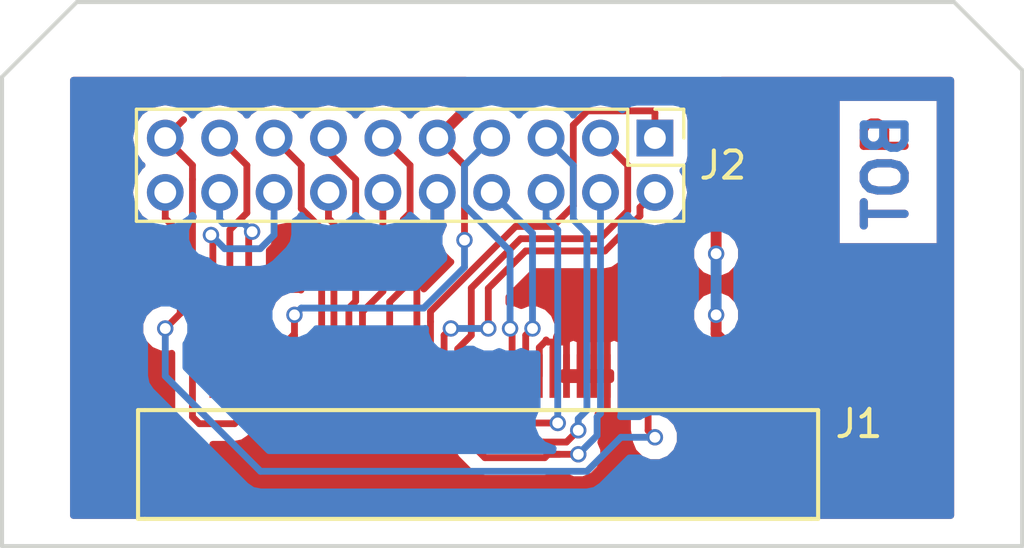
<source format=kicad_pcb>
(kicad_pcb (version 4) (host pcbnew 4.0.7-e2-6376~58~ubuntu16.04.1)

  (general
    (links 37)
    (no_connects 37)
    (area 177.424999 97.174999 215.075001 117.325001)
    (thickness 1.6)
    (drawings 8)
    (tracks 221)
    (zones 0)
    (modules 2)
    (nets 24)
  )

  (page A4)
  (layers
    (0 F.Cu signal)
    (31 B.Cu signal)
    (32 B.Adhes user)
    (33 F.Adhes user)
    (34 B.Paste user)
    (35 F.Paste user)
    (36 B.SilkS user)
    (37 F.SilkS user)
    (38 B.Mask user)
    (39 F.Mask user)
    (40 Dwgs.User user)
    (41 Cmts.User user)
    (42 Eco1.User user)
    (43 Eco2.User user)
    (44 Edge.Cuts user)
    (45 Margin user)
    (46 B.CrtYd user)
    (47 F.CrtYd user)
    (48 B.Fab user)
    (49 F.Fab user)
  )

  (setup
    (last_trace_width 0.25)
    (trace_clearance 0.2)
    (zone_clearance 0.508)
    (zone_45_only no)
    (trace_min 0.2)
    (segment_width 0.2)
    (edge_width 0.15)
    (via_size 0.6)
    (via_drill 0.4)
    (via_min_size 0.4)
    (via_min_drill 0.3)
    (uvia_size 0.3)
    (uvia_drill 0.1)
    (uvias_allowed no)
    (uvia_min_size 0.2)
    (uvia_min_drill 0.1)
    (pcb_text_width 0.3)
    (pcb_text_size 1.5 1.5)
    (mod_edge_width 0.15)
    (mod_text_size 1 1)
    (mod_text_width 0.15)
    (pad_size 1.524 1.524)
    (pad_drill 0.762)
    (pad_to_mask_clearance 0.2)
    (aux_axis_origin 0 0)
    (visible_elements FFFFFF7F)
    (pcbplotparams
      (layerselection 0x01030_80000001)
      (usegerberextensions false)
      (excludeedgelayer true)
      (linewidth 0.100000)
      (plotframeref false)
      (viasonmask false)
      (mode 1)
      (useauxorigin false)
      (hpglpennumber 1)
      (hpglpenspeed 20)
      (hpglpendiameter 15)
      (hpglpenoverlay 2)
      (psnegative false)
      (psa4output false)
      (plotreference true)
      (plotvalue true)
      (plotinvisibletext false)
      (padsonsilk false)
      (subtractmaskfromsilk false)
      (outputformat 1)
      (mirror false)
      (drillshape 0)
      (scaleselection 1)
      (outputdirectory Export/))
  )

  (net 0 "")
  (net 1 TS_ADC1)
  (net 2 TS_ADC2)
  (net 3 TS_P1)
  (net 4 TS_P2)
  (net 5 GND)
  (net 6 +3V3)
  (net 7 "Net-(J1-Pad8)")
  (net 8 LCD_CS)
  (net 9 LCD_RS)
  (net 10 LCD_WR)
  (net 11 LCD_RD)
  (net 12 "Net-(J1-Pad13)")
  (net 13 "Net-(J1-Pad14)")
  (net 14 LCD_RST)
  (net 15 LCD_D0)
  (net 16 LCD_D1)
  (net 17 LCD_D2)
  (net 18 LCD_D3)
  (net 19 LCD_D4)
  (net 20 LCD_D5)
  (net 21 LCD_D6)
  (net 22 LCD_D7)
  (net 23 LCD_BL_PWR)

  (net_class Default "This is the default net class."
    (clearance 0.2)
    (trace_width 0.25)
    (via_dia 0.6)
    (via_drill 0.4)
    (uvia_dia 0.3)
    (uvia_drill 0.1)
    (add_net +3V3)
    (add_net GND)
    (add_net LCD_BL_PWR)
    (add_net LCD_CS)
    (add_net LCD_D0)
    (add_net LCD_D1)
    (add_net LCD_D2)
    (add_net LCD_D3)
    (add_net LCD_D4)
    (add_net LCD_D5)
    (add_net LCD_D6)
    (add_net LCD_D7)
    (add_net LCD_RD)
    (add_net LCD_RS)
    (add_net LCD_RST)
    (add_net LCD_WR)
    (add_net "Net-(J1-Pad13)")
    (add_net "Net-(J1-Pad14)")
    (add_net "Net-(J1-Pad8)")
    (add_net TS_ADC1)
    (add_net TS_ADC2)
    (add_net TS_P1)
    (add_net TS_P2)
  )

  (module timekiller-footprints:LCD_conn (layer F.Cu) (tedit 5ADB13EA) (tstamp 5B8B16DD)
    (at 185.75 111 90)
    (path /5B8B002C)
    (fp_text reference J1 (at -1.75 23.25 180) (layer F.SilkS)
      (effects (font (size 1 1) (thickness 0.15)))
    )
    (fp_text value Conn_LCD (at -2.75 8.5 180) (layer F.Fab)
      (effects (font (size 1 1) (thickness 0.15)))
    )
    (fp_line (start -5.25 -3.25) (end -5.25 -3) (layer F.SilkS) (width 0.15))
    (fp_line (start -1.25 -3.25) (end -1.25 -3) (layer F.SilkS) (width 0.15))
    (fp_line (start -5.25 21.5) (end -5.25 21.75) (layer F.SilkS) (width 0.15))
    (fp_line (start -1.25 21.5) (end -1.25 21.75) (layer F.SilkS) (width 0.15))
    (fp_line (start -1.25 21.75) (end -5.25 21.75) (layer F.SilkS) (width 0.15))
    (fp_line (start -5.25 21.5) (end -5.25 -3) (layer F.SilkS) (width 0.15))
    (fp_line (start -5.25 -3.25) (end -1.25 -3.25) (layer F.SilkS) (width 0.15))
    (fp_line (start -1.25 -3) (end -1.25 21.5) (layer F.SilkS) (width 0.15))
    (pad 1 smd rect (at 0.25 -0.5 90) (size 2.1 0.25) (layers F.Cu F.Paste F.Mask)
      (net 1 TS_ADC1))
    (pad 2 smd rect (at 0 0 90) (size 1.6 0.25) (layers F.Cu F.Paste F.Mask)
      (net 2 TS_ADC2))
    (pad 3 smd rect (at 0 0.5 90) (size 1.6 0.25) (layers F.Cu F.Paste F.Mask)
      (net 3 TS_P1))
    (pad 4 smd rect (at 0 1 90) (size 1.6 0.25) (layers F.Cu F.Paste F.Mask)
      (net 4 TS_P2))
    (pad 5 smd rect (at 0 1.5 90) (size 1.6 0.25) (layers F.Cu F.Paste F.Mask)
      (net 5 GND))
    (pad 6 smd rect (at 0 2 90) (size 1.6 0.25) (layers F.Cu F.Paste F.Mask)
      (net 6 +3V3))
    (pad 7 smd rect (at 0 2.5 90) (size 1.6 0.25) (layers F.Cu F.Paste F.Mask)
      (net 6 +3V3))
    (pad 8 smd rect (at 0 3 90) (size 1.6 0.25) (layers F.Cu F.Paste F.Mask)
      (net 7 "Net-(J1-Pad8)"))
    (pad 9 smd rect (at 0 3.5 90) (size 1.6 0.25) (layers F.Cu F.Paste F.Mask)
      (net 8 LCD_CS))
    (pad 10 smd rect (at 0 4 90) (size 1.6 0.25) (layers F.Cu F.Paste F.Mask)
      (net 9 LCD_RS))
    (pad 11 smd rect (at 0 4.5 90) (size 1.6 0.25) (layers F.Cu F.Paste F.Mask)
      (net 10 LCD_WR))
    (pad 12 smd rect (at 0 5 90) (size 1.6 0.25) (layers F.Cu F.Paste F.Mask)
      (net 11 LCD_RD))
    (pad 13 smd rect (at 0 5.5 90) (size 1.6 0.25) (layers F.Cu F.Paste F.Mask)
      (net 12 "Net-(J1-Pad13)"))
    (pad 14 smd rect (at 0 6 90) (size 1.6 0.25) (layers F.Cu F.Paste F.Mask)
      (net 13 "Net-(J1-Pad14)"))
    (pad 15 smd rect (at 0 6.5 90) (size 1.6 0.25) (layers F.Cu F.Paste F.Mask)
      (net 14 LCD_RST))
    (pad 16 smd rect (at 0 7 90) (size 1.6 0.25) (layers F.Cu F.Paste F.Mask)
      (net 5 GND))
    (pad 17 smd rect (at 0 7.5 90) (size 1.6 0.25) (layers F.Cu F.Paste F.Mask)
      (net 15 LCD_D0))
    (pad 18 smd rect (at 0 8 90) (size 1.6 0.25) (layers F.Cu F.Paste F.Mask)
      (net 16 LCD_D1))
    (pad 19 smd rect (at 0 8.5 90) (size 1.6 0.25) (layers F.Cu F.Paste F.Mask)
      (net 17 LCD_D2))
    (pad 20 smd rect (at 0 9 90) (size 1.6 0.25) (layers F.Cu F.Paste F.Mask)
      (net 18 LCD_D3))
    (pad 21 smd rect (at 0 9.5 90) (size 1.6 0.25) (layers F.Cu F.Paste F.Mask)
      (net 19 LCD_D4))
    (pad 22 smd rect (at 0 10 90) (size 1.6 0.25) (layers F.Cu F.Paste F.Mask)
      (net 20 LCD_D5))
    (pad 23 smd rect (at 0 10.5 90) (size 1.6 0.25) (layers F.Cu F.Paste F.Mask)
      (net 21 LCD_D6))
    (pad 24 smd rect (at 0 11 90) (size 1.6 0.25) (layers F.Cu F.Paste F.Mask)
      (net 22 LCD_D7))
    (pad 25 smd rect (at 0 11.5 90) (size 1.6 0.25) (layers F.Cu F.Paste F.Mask)
      (net 5 GND))
    (pad 26 smd rect (at 0 12 90) (size 1.6 0.25) (layers F.Cu F.Paste F.Mask)
      (net 5 GND))
    (pad 27 smd rect (at 0 12.5 90) (size 1.6 0.25) (layers F.Cu F.Paste F.Mask)
      (net 5 GND))
    (pad 28 smd rect (at 0 13 90) (size 1.6 0.25) (layers F.Cu F.Paste F.Mask)
      (net 5 GND))
    (pad 29 smd rect (at 0 13.5 90) (size 1.6 0.25) (layers F.Cu F.Paste F.Mask)
      (net 5 GND))
    (pad 30 smd rect (at 0 14 90) (size 1.6 0.25) (layers F.Cu F.Paste F.Mask)
      (net 5 GND))
    (pad 31 smd rect (at 0 14.5 90) (size 1.6 0.25) (layers F.Cu F.Paste F.Mask)
      (net 5 GND))
    (pad 32 smd rect (at 0 15 90) (size 1.6 0.25) (layers F.Cu F.Paste F.Mask)
      (net 5 GND))
    (pad 33 smd rect (at 0 15.5 90) (size 1.6 0.25) (layers F.Cu F.Paste F.Mask)
      (net 23 LCD_BL_PWR))
    (pad 34 smd rect (at 0 16 90) (size 1.6 0.25) (layers F.Cu F.Paste F.Mask)
      (net 5 GND))
    (pad 35 smd rect (at 0 16.5 90) (size 1.6 0.25) (layers F.Cu F.Paste F.Mask)
      (net 5 GND))
    (pad 36 smd rect (at 0 17 90) (size 1.6 0.25) (layers F.Cu F.Paste F.Mask)
      (net 5 GND))
    (pad 37 smd rect (at 0 17.5 90) (size 1.6 0.25) (layers F.Cu F.Paste F.Mask)
      (net 5 GND))
    (pad 38 smd rect (at 0 18 90) (size 1.6 0.25) (layers F.Cu F.Paste F.Mask)
      (net 6 +3V3))
    (pad 39 smd rect (at 0 18.5 90) (size 1.6 0.25) (layers F.Cu F.Paste F.Mask)
      (net 6 +3V3))
    (pad 40 smd rect (at 0 19 90) (size 1.6 0.25) (layers F.Cu F.Paste F.Mask)
      (net 5 GND))
    (pad "" smd rect (at -3 20.5 90) (size 1.5 1.7) (layers F.Cu F.Paste F.Mask))
    (pad "" smd rect (at -3.25 -2 90) (size 1.5 1.7) (layers F.Cu F.Paste F.Mask))
  )

  (module Pin_Headers:Pin_Header_Straight_2x10_Pitch2.00mm (layer F.Cu) (tedit 59650534) (tstamp 5B8B16F5)
    (at 201.5 102.25 270)
    (descr "Through hole straight pin header, 2x10, 2.00mm pitch, double rows")
    (tags "Through hole pin header THT 2x10 2.00mm double row")
    (path /5B8B0131)
    (fp_text reference J2 (at 1 -2.5 360) (layer F.SilkS)
      (effects (font (size 1 1) (thickness 0.15)))
    )
    (fp_text value Conn_Board (at -2.25 9.5 360) (layer F.Fab)
      (effects (font (size 1 1) (thickness 0.15)))
    )
    (fp_line (start 0 -1) (end 3 -1) (layer F.Fab) (width 0.1))
    (fp_line (start 3 -1) (end 3 19) (layer F.Fab) (width 0.1))
    (fp_line (start 3 19) (end -1 19) (layer F.Fab) (width 0.1))
    (fp_line (start -1 19) (end -1 0) (layer F.Fab) (width 0.1))
    (fp_line (start -1 0) (end 0 -1) (layer F.Fab) (width 0.1))
    (fp_line (start -1.06 19.06) (end 3.06 19.06) (layer F.SilkS) (width 0.12))
    (fp_line (start -1.06 1) (end -1.06 19.06) (layer F.SilkS) (width 0.12))
    (fp_line (start 3.06 -1.06) (end 3.06 19.06) (layer F.SilkS) (width 0.12))
    (fp_line (start -1.06 1) (end 1 1) (layer F.SilkS) (width 0.12))
    (fp_line (start 1 1) (end 1 -1.06) (layer F.SilkS) (width 0.12))
    (fp_line (start 1 -1.06) (end 3.06 -1.06) (layer F.SilkS) (width 0.12))
    (fp_line (start -1.06 0) (end -1.06 -1.06) (layer F.SilkS) (width 0.12))
    (fp_line (start -1.06 -1.06) (end 0 -1.06) (layer F.SilkS) (width 0.12))
    (fp_line (start -1.5 -1.5) (end -1.5 19.5) (layer F.CrtYd) (width 0.05))
    (fp_line (start -1.5 19.5) (end 3.5 19.5) (layer F.CrtYd) (width 0.05))
    (fp_line (start 3.5 19.5) (end 3.5 -1.5) (layer F.CrtYd) (width 0.05))
    (fp_line (start 3.5 -1.5) (end -1.5 -1.5) (layer F.CrtYd) (width 0.05))
    (fp_text user %R (at 1 9 360) (layer F.Fab)
      (effects (font (size 1 1) (thickness 0.15)))
    )
    (pad 1 thru_hole rect (at 0 0 270) (size 1.35 1.35) (drill 0.8) (layers *.Cu *.Mask)
      (net 15 LCD_D0))
    (pad 2 thru_hole oval (at 2 0 270) (size 1.35 1.35) (drill 0.8) (layers *.Cu *.Mask)
      (net 16 LCD_D1))
    (pad 3 thru_hole oval (at 0 2 270) (size 1.35 1.35) (drill 0.8) (layers *.Cu *.Mask)
      (net 17 LCD_D2))
    (pad 4 thru_hole oval (at 2 2 270) (size 1.35 1.35) (drill 0.8) (layers *.Cu *.Mask)
      (net 18 LCD_D3))
    (pad 5 thru_hole oval (at 0 4 270) (size 1.35 1.35) (drill 0.8) (layers *.Cu *.Mask)
      (net 19 LCD_D4))
    (pad 6 thru_hole oval (at 2 4 270) (size 1.35 1.35) (drill 0.8) (layers *.Cu *.Mask)
      (net 20 LCD_D5))
    (pad 7 thru_hole oval (at 0 6 270) (size 1.35 1.35) (drill 0.8) (layers *.Cu *.Mask)
      (net 21 LCD_D6))
    (pad 8 thru_hole oval (at 2 6 270) (size 1.35 1.35) (drill 0.8) (layers *.Cu *.Mask)
      (net 22 LCD_D7))
    (pad 9 thru_hole oval (at 0 8 270) (size 1.35 1.35) (drill 0.8) (layers *.Cu *.Mask)
      (net 6 +3V3))
    (pad 10 thru_hole oval (at 2 8 270) (size 1.35 1.35) (drill 0.8) (layers *.Cu *.Mask)
      (net 5 GND))
    (pad 11 thru_hole oval (at 0 10 270) (size 1.35 1.35) (drill 0.8) (layers *.Cu *.Mask)
      (net 14 LCD_RST))
    (pad 12 thru_hole oval (at 2 10 270) (size 1.35 1.35) (drill 0.8) (layers *.Cu *.Mask)
      (net 11 LCD_RD))
    (pad 13 thru_hole oval (at 0 12 270) (size 1.35 1.35) (drill 0.8) (layers *.Cu *.Mask)
      (net 10 LCD_WR))
    (pad 14 thru_hole oval (at 2 12 270) (size 1.35 1.35) (drill 0.8) (layers *.Cu *.Mask)
      (net 9 LCD_RS))
    (pad 15 thru_hole oval (at 0 14 270) (size 1.35 1.35) (drill 0.8) (layers *.Cu *.Mask)
      (net 8 LCD_CS))
    (pad 16 thru_hole oval (at 2 14 270) (size 1.35 1.35) (drill 0.8) (layers *.Cu *.Mask)
      (net 1 TS_ADC1))
    (pad 17 thru_hole oval (at 0 16 270) (size 1.35 1.35) (drill 0.8) (layers *.Cu *.Mask)
      (net 2 TS_ADC2))
    (pad 18 thru_hole oval (at 2 16 270) (size 1.35 1.35) (drill 0.8) (layers *.Cu *.Mask)
      (net 3 TS_P1))
    (pad 19 thru_hole oval (at 0 18 270) (size 1.35 1.35) (drill 0.8) (layers *.Cu *.Mask)
      (net 4 TS_P2))
    (pad 20 thru_hole oval (at 2 18 270) (size 1.35 1.35) (drill 0.8) (layers *.Cu *.Mask)
      (net 23 LCD_BL_PWR))
    (model ${KISYS3DMOD}/Pin_Headers.3dshapes/Pin_Header_Straight_2x10_Pitch2.00mm.wrl
      (at (xyz 0 0 0))
      (scale (xyz 1 1 1))
      (rotate (xyz 0 0 0))
    )
  )

  (gr_text "BOT\n" (at 210 103.5 90) (layer B.Cu)
    (effects (font (size 1.5 1.5) (thickness 0.3)) (justify mirror))
  )
  (gr_text "TOP\n" (at 210 103.5 90) (layer F.Cu)
    (effects (font (size 1.5 1.5) (thickness 0.3)))
  )
  (gr_line (start 215 99.75) (end 215 117.25) (layer Edge.Cuts) (width 0.15))
  (gr_line (start 212.5 97.25) (end 215 99.75) (layer Edge.Cuts) (width 0.15))
  (gr_line (start 180.25 97.25) (end 212.5 97.25) (layer Edge.Cuts) (width 0.15))
  (gr_line (start 177.5 100) (end 180.25 97.25) (layer Edge.Cuts) (width 0.15))
  (gr_line (start 177.5 117.25) (end 177.5 100) (layer Edge.Cuts) (width 0.15))
  (gr_line (start 215 117.25) (end 177.5 117.25) (layer Edge.Cuts) (width 0.15))

  (segment (start 185.180054 105.813938) (end 185.683059 106.316943) (width 0.25) (layer B.Cu) (net 1))
  (segment (start 185.683059 106.316943) (end 186.991943 106.316943) (width 0.25) (layer B.Cu) (net 1))
  (segment (start 186.991943 106.316943) (end 187.5 105.808886) (width 0.25) (layer B.Cu) (net 1))
  (segment (start 187.5 105.808886) (end 187.5 105.204594) (width 0.25) (layer B.Cu) (net 1))
  (segment (start 187.5 105.204594) (end 187.5 104.25) (width 0.25) (layer B.Cu) (net 1))
  (segment (start 185.25 107) (end 185.25 105.883884) (width 0.25) (layer F.Cu) (net 1))
  (segment (start 185.25 105.883884) (end 185.180054 105.813938) (width 0.25) (layer F.Cu) (net 1))
  (via (at 185.180054 105.813938) (size 0.6) (drill 0.4) (layers F.Cu B.Cu) (net 1))
  (segment (start 187.75 104.5) (end 187.5 104.25) (width 0.25) (layer F.Cu) (net 1))
  (segment (start 185.25 110.75) (end 185.25 107) (width 0.25) (layer F.Cu) (net 1))
  (segment (start 185.75 111) (end 185.75 109.95) (width 0.25) (layer F.Cu) (net 2))
  (segment (start 185.75 109.95) (end 185.875001 109.824999) (width 0.25) (layer F.Cu) (net 2))
  (segment (start 185.875001 109.824999) (end 185.875001 105.624999) (width 0.25) (layer F.Cu) (net 2))
  (segment (start 185.875001 105.624999) (end 186.5 105) (width 0.25) (layer F.Cu) (net 2))
  (segment (start 186.5 105) (end 186.500001 103.250001) (width 0.25) (layer F.Cu) (net 2))
  (segment (start 186.500001 103.250001) (end 185.5 102.25) (width 0.25) (layer F.Cu) (net 2))
  (segment (start 186.691942 105.691942) (end 186.391943 105.391943) (width 0.25) (layer B.Cu) (net 3))
  (segment (start 186.391943 105.391943) (end 185.641944 105.391943) (width 0.25) (layer B.Cu) (net 3))
  (segment (start 185.641944 105.391943) (end 185.5 105.249999) (width 0.25) (layer B.Cu) (net 3))
  (segment (start 186.566943 106.316942) (end 186.566943 105.816941) (width 0.25) (layer F.Cu) (net 3))
  (segment (start 186.566943 105.816941) (end 186.691942 105.691942) (width 0.25) (layer F.Cu) (net 3))
  (via (at 186.691942 105.691942) (size 0.6) (drill 0.4) (layers F.Cu B.Cu) (net 3))
  (segment (start 185.5 104.25) (end 185.5 105.249999) (width 0.25) (layer B.Cu) (net 3))
  (segment (start 186.25 111) (end 186.25 110.08641) (width 0.25) (layer F.Cu) (net 3))
  (segment (start 186.25 110.08641) (end 186.566943 109.769467) (width 0.25) (layer F.Cu) (net 3))
  (segment (start 186.566943 109.769467) (end 186.566943 106.316942) (width 0.25) (layer F.Cu) (net 3))
  (segment (start 184.75 112.75) (end 186.05 112.75) (width 0.25) (layer F.Cu) (net 4))
  (segment (start 186.75 112.05) (end 186.75 111) (width 0.25) (layer F.Cu) (net 4))
  (segment (start 186.05 112.75) (end 186.75 112.05) (width 0.25) (layer F.Cu) (net 4))
  (segment (start 184.5 112.5) (end 184.75 112.75) (width 0.25) (layer F.Cu) (net 4))
  (segment (start 184.5 103.769998) (end 184.5 112.5) (width 0.25) (layer F.Cu) (net 4))
  (segment (start 183.5 102.25) (end 184.500001 103.250001) (width 0.25) (layer F.Cu) (net 4))
  (segment (start 184.500001 103.250001) (end 184.5 103.769998) (width 0.25) (layer F.Cu) (net 4))
  (segment (start 184.174999 101.575001) (end 183.5 102.25) (width 0.25) (layer F.Cu) (net 4))
  (segment (start 187.25 107.75) (end 187.5 107.5) (width 0.25) (layer F.Cu) (net 5))
  (segment (start 187.25 108) (end 187.25 107.75) (width 0.25) (layer F.Cu) (net 5))
  (segment (start 187.25 111) (end 187.25 108) (width 0.25) (layer F.Cu) (net 5))
  (segment (start 200.25 109.25) (end 199.75 109.25) (width 0.25) (layer F.Cu) (net 5))
  (segment (start 200.25 111) (end 200.25 109.25) (width 0.25) (layer F.Cu) (net 5))
  (segment (start 198.75 109.25) (end 199.25 109.25) (width 0.25) (layer F.Cu) (net 5))
  (segment (start 192.75 111) (end 192.75 112.75) (width 0.25) (layer F.Cu) (net 5))
  (segment (start 192.75 112.75) (end 192.75 113) (width 0.25) (layer F.Cu) (net 5))
  (segment (start 187.25 112.5) (end 187.5 112.75) (width 0.25) (layer F.Cu) (net 5))
  (segment (start 187.5 112.75) (end 192.75 112.75) (width 0.25) (layer F.Cu) (net 5))
  (segment (start 187.25 111) (end 187.25 112.5) (width 0.25) (layer F.Cu) (net 5))
  (segment (start 199.75 111) (end 199.75 113) (width 0.25) (layer F.Cu) (net 5))
  (segment (start 200.25 111) (end 200.25 112.25) (width 0.25) (layer F.Cu) (net 5))
  (segment (start 200.25 112.25) (end 200.75 112.25) (width 0.25) (layer F.Cu) (net 5))
  (segment (start 200.75 112.25) (end 200.75 111) (width 0.25) (layer F.Cu) (net 5))
  (segment (start 198.25 109.5) (end 198.25 109.75) (width 0.25) (layer F.Cu) (net 5))
  (segment (start 197.574998 109.75) (end 198.25 109.75) (width 0.25) (layer F.Cu) (net 5))
  (segment (start 198.25 109.75) (end 198.25 111) (width 0.25) (layer F.Cu) (net 5))
  (segment (start 197.5 109.675002) (end 197.574998 109.75) (width 0.25) (layer F.Cu) (net 5))
  (segment (start 197.25 111) (end 197.25 109.95) (width 0.25) (layer F.Cu) (net 5))
  (segment (start 197.25 109.95) (end 197.5 109.7) (width 0.25) (layer F.Cu) (net 5))
  (segment (start 197.5 109.7) (end 197.5 109.675002) (width 0.25) (layer F.Cu) (net 5))
  (segment (start 198.25 109.25) (end 198.25 109.5) (width 0.25) (layer F.Cu) (net 5))
  (segment (start 198.2 109.5) (end 198.25 109.5) (width 0.25) (layer F.Cu) (net 5))
  (segment (start 197.75 111) (end 197.75 109.95) (width 0.25) (layer F.Cu) (net 5))
  (segment (start 197.75 109.95) (end 198.2 109.5) (width 0.25) (layer F.Cu) (net 5))
  (segment (start 202.25 109.5) (end 202.5 109.25) (width 0.25) (layer F.Cu) (net 5))
  (segment (start 202.5 109.25) (end 202.75 109.25) (width 0.25) (layer F.Cu) (net 5))
  (segment (start 202.25 111) (end 202.25 109.5) (width 0.25) (layer F.Cu) (net 5))
  (segment (start 198.75 109.25) (end 198.25 109.25) (width 0.25) (layer F.Cu) (net 5))
  (segment (start 198.75 111) (end 198.75 109.25) (width 0.25) (layer F.Cu) (net 5))
  (segment (start 199.25 109.25) (end 199.25 111) (width 0.25) (layer F.Cu) (net 5))
  (segment (start 199.75 109.25) (end 199.25 109.25) (width 0.25) (layer F.Cu) (net 5))
  (segment (start 199.75 111) (end 199.75 109.25) (width 0.25) (layer F.Cu) (net 5))
  (segment (start 202.75 111) (end 202.75 109.25) (width 0.25) (layer F.Cu) (net 5))
  (segment (start 204.75 112.5) (end 203 112.5) (width 0.25) (layer F.Cu) (net 5))
  (segment (start 204.75 111) (end 204.75 112.5) (width 0.25) (layer F.Cu) (net 5))
  (segment (start 203.25 112.75) (end 203.25 111) (width 0.25) (layer F.Cu) (net 5))
  (segment (start 202.75 112.75) (end 203.25 112.75) (width 0.25) (layer F.Cu) (net 5))
  (segment (start 202.75 111) (end 202.75 112.75) (width 0.25) (layer F.Cu) (net 5))
  (segment (start 202.25 112) (end 202.25 111) (width 0.25) (layer F.Cu) (net 5))
  (segment (start 202 112.25) (end 202.25 112) (width 0.25) (layer F.Cu) (net 5))
  (segment (start 201.95 112.25) (end 202 112.25) (width 0.25) (layer F.Cu) (net 5))
  (segment (start 201.75 111) (end 201.75 112.05) (width 0.25) (layer F.Cu) (net 5))
  (segment (start 201.75 112.05) (end 201.95 112.25) (width 0.25) (layer F.Cu) (net 5))
  (segment (start 192.75 111) (end 192.75 107.75) (width 0.25) (layer F.Cu) (net 5))
  (segment (start 192.75 107.75) (end 193.5 107) (width 0.25) (layer F.Cu) (net 5))
  (segment (start 193.5 107) (end 193.5 104.25) (width 0.25) (layer F.Cu) (net 5))
  (segment (start 195.25 100.5) (end 193.5 102.25) (width 0.4) (layer F.Cu) (net 6))
  (segment (start 203.75 101) (end 203.25 100.5) (width 0.4) (layer F.Cu) (net 6))
  (segment (start 195.25 100.5) (end 203.25 100.5) (width 0.4) (layer F.Cu) (net 6))
  (segment (start 203.75 106.5) (end 203.75 108.75) (width 0.4) (layer B.Cu) (net 6))
  (segment (start 203.75 106.5) (end 203.75 101) (width 0.4) (layer F.Cu) (net 6))
  (via (at 203.75 106.5) (size 0.6) (drill 0.4) (layers F.Cu B.Cu) (net 6))
  (segment (start 203.75 109.25) (end 203.75 108.75) (width 0.4) (layer F.Cu) (net 6))
  (via (at 203.75 108.75) (size 0.6) (drill 0.4) (layers F.Cu B.Cu) (net 6))
  (segment (start 203.75 111) (end 203.75 109.25) (width 0.3) (layer F.Cu) (net 6))
  (segment (start 204.25 111) (end 204.25 109.95) (width 0.25) (layer F.Cu) (net 6))
  (segment (start 204.25 109.95) (end 203.75 109.45) (width 0.4) (layer F.Cu) (net 6))
  (segment (start 203.75 109.45) (end 203.75 109.25) (width 0.4) (layer F.Cu) (net 6))
  (segment (start 194.5 107) (end 194.5 106) (width 0.25) (layer B.Cu) (net 6))
  (segment (start 193 108.5) (end 194.5 107) (width 0.25) (layer B.Cu) (net 6))
  (segment (start 188.5 108.5) (end 188.25 108.75) (width 0.25) (layer B.Cu) (net 6))
  (segment (start 188.5 108.5) (end 193 108.5) (width 0.25) (layer B.Cu) (net 6))
  (segment (start 188.25 108.75) (end 188.25 109.5) (width 0.25) (layer F.Cu) (net 6))
  (segment (start 187.75 109.95) (end 188.2 109.5) (width 0.25) (layer F.Cu) (net 6))
  (segment (start 188.25 109.5) (end 188.25 111) (width 0.25) (layer F.Cu) (net 6))
  (segment (start 187.75 111) (end 187.75 109.95) (width 0.25) (layer F.Cu) (net 6))
  (segment (start 188.2 109.5) (end 188.25 109.5) (width 0.25) (layer F.Cu) (net 6))
  (via (at 188.25 108.75) (size 0.6) (drill 0.4) (layers F.Cu B.Cu) (net 6))
  (segment (start 193.5 102.25) (end 194.5 103.25) (width 0.25) (layer F.Cu) (net 6))
  (segment (start 194.5 103.25) (end 194.5 106) (width 0.25) (layer F.Cu) (net 6))
  (via (at 194.5 106) (size 0.6) (drill 0.4) (layers F.Cu B.Cu) (net 6))
  (segment (start 187.5 102.25) (end 188.5 103.25) (width 0.25) (layer F.Cu) (net 8))
  (segment (start 188.5 103.25) (end 188.5 104.841004) (width 0.25) (layer F.Cu) (net 8))
  (segment (start 188.5 104.841004) (end 189.25 105.591004) (width 0.25) (layer F.Cu) (net 8))
  (segment (start 189.25 105.591004) (end 189.25 111) (width 0.25) (layer F.Cu) (net 8))
  (segment (start 189.5 104.25) (end 189.5 105.204594) (width 0.25) (layer F.Cu) (net 9))
  (segment (start 189.5 105.204594) (end 189.700001 105.404595) (width 0.25) (layer F.Cu) (net 9))
  (segment (start 189.700001 110.950001) (end 189.75 111) (width 0.25) (layer F.Cu) (net 9))
  (segment (start 189.700001 105.404595) (end 189.700001 110.950001) (width 0.25) (layer F.Cu) (net 9))
  (segment (start 190.25 111) (end 190.25 108.5) (width 0.25) (layer F.Cu) (net 10))
  (segment (start 190.25 108.5) (end 190.5 108.25) (width 0.25) (layer F.Cu) (net 10))
  (segment (start 190.5 108.25) (end 190.5 103.769998) (width 0.25) (layer F.Cu) (net 10))
  (segment (start 190.5 103.769998) (end 189.5 102.769998) (width 0.25) (layer F.Cu) (net 10))
  (segment (start 189.5 102.769998) (end 189.5 102.25) (width 0.25) (layer F.Cu) (net 10))
  (segment (start 190.75 111) (end 190.75 108.63641) (width 0.25) (layer F.Cu) (net 11))
  (segment (start 190.75 108.63641) (end 191.5 107.88641) (width 0.25) (layer F.Cu) (net 11))
  (segment (start 191.5 107.88641) (end 191.5 107.5) (width 0.25) (layer F.Cu) (net 11))
  (segment (start 191.5 107.5) (end 191.5 104.25) (width 0.25) (layer F.Cu) (net 11))
  (segment (start 192.25 111) (end 192.25 109.75) (width 0.25) (layer F.Cu) (net 14))
  (segment (start 192.25 109.75) (end 191.75 109.25) (width 0.25) (layer F.Cu) (net 14))
  (segment (start 191.75 109.25) (end 191.75 108.27282) (width 0.25) (layer F.Cu) (net 14))
  (segment (start 191.75 108.27282) (end 192.25 107.77282) (width 0.25) (layer F.Cu) (net 14))
  (segment (start 192.25 107.77282) (end 192.25 105.25) (width 0.25) (layer F.Cu) (net 14))
  (segment (start 192.25 105.25) (end 192.5 105) (width 0.25) (layer F.Cu) (net 14))
  (segment (start 192.5 105) (end 192.500001 103.250001) (width 0.25) (layer F.Cu) (net 14))
  (segment (start 192.500001 103.250001) (end 191.5 102.25) (width 0.25) (layer F.Cu) (net 14))
  (segment (start 201.5 102.25) (end 201.5 101.325) (width 0.25) (layer F.Cu) (net 15))
  (segment (start 201.5 101.325) (end 201.424999 101.249999) (width 0.25) (layer F.Cu) (net 15))
  (segment (start 201.424999 101.249999) (end 199.019999 101.249999) (width 0.25) (layer F.Cu) (net 15))
  (segment (start 199.019999 101.249999) (end 198.5 101.769998) (width 0.25) (layer F.Cu) (net 15))
  (segment (start 198.5 101.769998) (end 198.5 104.75) (width 0.25) (layer F.Cu) (net 15))
  (segment (start 198.5 104.75) (end 197.75 105.5) (width 0.25) (layer F.Cu) (net 15))
  (segment (start 197.75 105.5) (end 196.377202 105.5) (width 0.25) (layer F.Cu) (net 15))
  (segment (start 196.377202 105.5) (end 193.25 108.627202) (width 0.25) (layer F.Cu) (net 15))
  (segment (start 193.25 108.627202) (end 193.25 109) (width 0.25) (layer F.Cu) (net 15))
  (segment (start 193.25 109) (end 193.25 111) (width 0.25) (layer F.Cu) (net 15))
  (segment (start 195.375 109.25) (end 195.375 107.775022) (width 0.25) (layer F.Cu) (net 16))
  (segment (start 195.375 107.775022) (end 196.750002 106.40002) (width 0.25) (layer F.Cu) (net 16))
  (segment (start 196.750002 106.40002) (end 199.661393 106.400019) (width 0.25) (layer F.Cu) (net 16))
  (segment (start 199.661393 106.400019) (end 200.950009 105.111403) (width 0.25) (layer F.Cu) (net 16))
  (segment (start 200.950009 105.111403) (end 200.950009 104.799991) (width 0.25) (layer F.Cu) (net 16))
  (segment (start 200.950009 104.799991) (end 201.5 104.25) (width 0.25) (layer F.Cu) (net 16))
  (segment (start 195.375 109.25) (end 194.75 109.25) (width 0.25) (layer B.Cu) (net 16))
  (via (at 195.375 109.25) (size 0.6) (drill 0.4) (layers F.Cu B.Cu) (net 16))
  (segment (start 194 109.25) (end 194.75 109.25) (width 0.25) (layer B.Cu) (net 16))
  (segment (start 194 109.25) (end 193.75 109.5) (width 0.25) (layer F.Cu) (net 16))
  (segment (start 193.75 109.5) (end 193.75 111) (width 0.25) (layer F.Cu) (net 16))
  (via (at 194 109.25) (size 0.6) (drill 0.4) (layers F.Cu B.Cu) (net 16))
  (segment (start 194.25 111) (end 194.25 110) (width 0.25) (layer F.Cu) (net 17))
  (segment (start 194.25 110) (end 194.75 109.5) (width 0.25) (layer F.Cu) (net 17))
  (segment (start 194.75 109.5) (end 194.75 107.763612) (width 0.25) (layer F.Cu) (net 17))
  (segment (start 196.563602 105.95001) (end 199.474992 105.95001) (width 0.25) (layer F.Cu) (net 17))
  (segment (start 194.75 107.763612) (end 196.563602 105.95001) (width 0.25) (layer F.Cu) (net 17))
  (segment (start 200.5 104.925002) (end 200.5 103.25) (width 0.25) (layer F.Cu) (net 17))
  (segment (start 200.5 103.25) (end 199.5 102.25) (width 0.25) (layer F.Cu) (net 17))
  (segment (start 199.474992 105.95001) (end 200.5 104.925002) (width 0.25) (layer F.Cu) (net 17))
  (segment (start 197.450736 114) (end 197.575736 113.875) (width 0.25) (layer F.Cu) (net 18))
  (segment (start 197.575736 113.875) (end 198.683058 113.875) (width 0.25) (layer F.Cu) (net 18))
  (segment (start 199.5 112.375) (end 199.375 112.5) (width 0.25) (layer B.Cu) (net 18))
  (segment (start 199.375 113.183058) (end 198.683058 113.875) (width 0.25) (layer B.Cu) (net 18))
  (segment (start 199.375 112.5) (end 199.375 113.183058) (width 0.25) (layer B.Cu) (net 18))
  (via (at 198.683058 113.875) (size 0.6) (drill 0.4) (layers F.Cu B.Cu) (net 18))
  (segment (start 195.25 114) (end 194.75 113.5) (width 0.25) (layer F.Cu) (net 18))
  (segment (start 194.75 113.5) (end 194.75 111) (width 0.25) (layer F.Cu) (net 18))
  (segment (start 197.450736 114) (end 195.25 114) (width 0.25) (layer F.Cu) (net 18))
  (segment (start 198 113.875) (end 197.575736 113.875) (width 0.25) (layer F.Cu) (net 18))
  (segment (start 199.5 107.375) (end 199.5 112.375) (width 0.25) (layer B.Cu) (net 18))
  (segment (start 194.75 112.125) (end 194.75 111) (width 0.25) (layer F.Cu) (net 18))
  (segment (start 199.5 104.25) (end 199.5 107.375) (width 0.25) (layer B.Cu) (net 18))
  (segment (start 198.681441 112.992733) (end 198.681441 112.568469) (width 0.25) (layer B.Cu) (net 19))
  (segment (start 198.681441 112.568469) (end 199 112.24991) (width 0.25) (layer B.Cu) (net 19))
  (segment (start 198.5 105.25) (end 198.500001 103.250001) (width 0.25) (layer B.Cu) (net 19))
  (segment (start 198.500001 103.250001) (end 197.5 102.25) (width 0.25) (layer B.Cu) (net 19))
  (segment (start 199 112.24991) (end 199 105.75) (width 0.25) (layer B.Cu) (net 19))
  (segment (start 199 105.75) (end 198.5 105.25) (width 0.25) (layer B.Cu) (net 19))
  (segment (start 197.314326 113.5) (end 197.389336 113.42499) (width 0.25) (layer F.Cu) (net 19))
  (segment (start 197.389336 113.42499) (end 198.249184 113.42499) (width 0.25) (layer F.Cu) (net 19))
  (segment (start 198.249184 113.42499) (end 198.681441 112.992733) (width 0.25) (layer F.Cu) (net 19))
  (via (at 198.681441 112.992733) (size 0.6) (drill 0.4) (layers F.Cu B.Cu) (net 19))
  (segment (start 195.25 111) (end 195.25 113.36359) (width 0.25) (layer F.Cu) (net 19))
  (segment (start 195.25 113.36359) (end 195.38641 113.5) (width 0.25) (layer F.Cu) (net 19))
  (segment (start 195.38641 113.5) (end 197.314326 113.5) (width 0.25) (layer F.Cu) (net 19))
  (segment (start 197.927822 112.72429) (end 197.927822 105.632416) (width 0.25) (layer B.Cu) (net 20))
  (segment (start 197.927822 105.632416) (end 197.5 105.204594) (width 0.25) (layer B.Cu) (net 20))
  (segment (start 197.5 105.204594) (end 197.5 104.25) (width 0.25) (layer B.Cu) (net 20))
  (segment (start 196.27571 112.72429) (end 195.75 112.19858) (width 0.25) (layer F.Cu) (net 20))
  (segment (start 195.75 112.19858) (end 195.75 111) (width 0.25) (layer F.Cu) (net 20))
  (segment (start 197.927822 112.72429) (end 196.27571 112.72429) (width 0.25) (layer F.Cu) (net 20))
  (via (at 197.927822 112.72429) (size 0.6) (drill 0.4) (layers F.Cu B.Cu) (net 20))
  (segment (start 196.175003 109.25) (end 196.25 109.324997) (width 0.25) (layer F.Cu) (net 21))
  (segment (start 196.25 109.324997) (end 196.25 111) (width 0.25) (layer F.Cu) (net 21))
  (segment (start 195.5 102.25) (end 194.5 103.25) (width 0.25) (layer B.Cu) (net 21))
  (segment (start 194.5 103.25) (end 194.5 104.730002) (width 0.25) (layer B.Cu) (net 21))
  (segment (start 194.5 104.730002) (end 196.175003 106.405005) (width 0.25) (layer B.Cu) (net 21))
  (segment (start 196.175003 106.405005) (end 196.175003 109.25) (width 0.25) (layer B.Cu) (net 21))
  (via (at 196.175003 109.25) (size 0.6) (drill 0.4) (layers F.Cu B.Cu) (net 21))
  (segment (start 197 109.25) (end 196.75 109.5) (width 0.25) (layer F.Cu) (net 22))
  (segment (start 196.75 109.5) (end 196.75 111) (width 0.25) (layer F.Cu) (net 22))
  (segment (start 195.5 104.25) (end 197 105.75) (width 0.25) (layer B.Cu) (net 22))
  (segment (start 197 105.75) (end 197 109.25) (width 0.25) (layer B.Cu) (net 22))
  (via (at 197 109.25) (size 0.6) (drill 0.4) (layers F.Cu B.Cu) (net 22))
  (segment (start 184.04999 105.754584) (end 184.04999 108.70001) (width 0.25) (layer F.Cu) (net 23))
  (segment (start 184.04999 108.70001) (end 183.5 109.25) (width 0.25) (layer F.Cu) (net 23))
  (segment (start 183.5 104.25) (end 183.5 105.204594) (width 0.25) (layer F.Cu) (net 23))
  (segment (start 183.5 105.204594) (end 184.04999 105.754584) (width 0.25) (layer F.Cu) (net 23))
  (segment (start 187 114.5) (end 183.75 111.25) (width 0.25) (layer B.Cu) (net 23))
  (segment (start 183.5 111) (end 183.75 111.25) (width 0.25) (layer B.Cu) (net 23))
  (segment (start 183.5 109.25) (end 183.5 111) (width 0.25) (layer B.Cu) (net 23))
  (via (at 183.5 109.25) (size 0.6) (drill 0.4) (layers F.Cu B.Cu) (net 23))
  (segment (start 201.5 113.25) (end 200.25 113.25) (width 0.25) (layer B.Cu) (net 23))
  (segment (start 200.25 113.25) (end 199 114.5) (width 0.25) (layer B.Cu) (net 23))
  (segment (start 199 114.5) (end 187 114.5) (width 0.25) (layer B.Cu) (net 23))
  (segment (start 201.5 113.25) (end 201.25 113) (width 0.25) (layer F.Cu) (net 23))
  (segment (start 201.25 113) (end 201.25 111) (width 0.25) (layer F.Cu) (net 23))
  (via (at 201.5 113.25) (size 0.6) (drill 0.4) (layers F.Cu B.Cu) (net 23))

  (zone (net 5) (net_name GND) (layer B.Cu) (tstamp 0) (hatch edge 0.508)
    (connect_pads (clearance 0.508))
    (min_thickness 0.254)
    (fill yes (arc_segments 16) (thermal_gap 0.508) (thermal_bridge_width 0.508))
    (polygon
      (pts
        (xy 180 100) (xy 212.5 100) (xy 212.5 116.25) (xy 180 116.25)
      )
    )
    (filled_polygon
      (pts
        (xy 212.373 116.123) (xy 180.127 116.123) (xy 180.127 102.224336) (xy 182.19 102.224336) (xy 182.19 102.275664)
        (xy 182.289718 102.776979) (xy 182.57369 103.201974) (xy 182.645566 103.25) (xy 182.57369 103.298026) (xy 182.289718 103.723021)
        (xy 182.19 104.224336) (xy 182.19 104.275664) (xy 182.289718 104.776979) (xy 182.57369 105.201974) (xy 182.998685 105.485946)
        (xy 183.5 105.585664) (xy 184.001315 105.485946) (xy 184.42631 105.201974) (xy 184.5 105.091689) (xy 184.532058 105.139667)
        (xy 184.387862 105.283611) (xy 184.245216 105.627139) (xy 184.244892 105.999105) (xy 184.386937 106.342881) (xy 184.649727 106.60613)
        (xy 184.993255 106.748776) (xy 185.04013 106.748817) (xy 185.145657 106.854344) (xy 185.266126 106.934838) (xy 185.39222 107.019091)
        (xy 185.683059 107.076943) (xy 186.991943 107.076943) (xy 187.282782 107.019091) (xy 187.529344 106.854344) (xy 188.037401 106.346287)
        (xy 188.202148 106.099725) (xy 188.26 105.808886) (xy 188.26 105.313099) (xy 188.42631 105.201974) (xy 188.5 105.091689)
        (xy 188.57369 105.201974) (xy 188.998685 105.485946) (xy 189.5 105.585664) (xy 190.001315 105.485946) (xy 190.42631 105.201974)
        (xy 190.5 105.091689) (xy 190.57369 105.201974) (xy 190.998685 105.485946) (xy 191.5 105.585664) (xy 192.001315 105.485946)
        (xy 192.42631 105.201974) (xy 192.504928 105.084314) (xy 192.836367 105.379478) (xy 193.1706 105.51791) (xy 193.373 105.394224)
        (xy 193.373 104.377) (xy 193.353 104.377) (xy 193.353 104.123) (xy 193.373 104.123) (xy 193.373 104.103)
        (xy 193.627 104.103) (xy 193.627 104.123) (xy 193.647 104.123) (xy 193.647 104.377) (xy 193.627 104.377)
        (xy 193.627 105.394224) (xy 193.724005 105.453504) (xy 193.707808 105.469673) (xy 193.565162 105.813201) (xy 193.564838 106.185167)
        (xy 193.706883 106.528943) (xy 193.74 106.562118) (xy 193.74 106.685198) (xy 192.685198 107.74) (xy 188.5 107.74)
        (xy 188.20916 107.797852) (xy 188.183584 107.814941) (xy 188.064833 107.814838) (xy 187.721057 107.956883) (xy 187.457808 108.219673)
        (xy 187.315162 108.563201) (xy 187.314838 108.935167) (xy 187.456883 109.278943) (xy 187.719673 109.542192) (xy 188.063201 109.684838)
        (xy 188.435167 109.685162) (xy 188.778943 109.543117) (xy 189.042192 109.280327) (xy 189.050633 109.26) (xy 193 109.26)
        (xy 193.065002 109.24707) (xy 193.064838 109.435167) (xy 193.206883 109.778943) (xy 193.469673 110.042192) (xy 193.813201 110.184838)
        (xy 194.185167 110.185162) (xy 194.528943 110.043117) (xy 194.562118 110.01) (xy 194.812537 110.01) (xy 194.844673 110.042192)
        (xy 195.188201 110.184838) (xy 195.560167 110.185162) (xy 195.775106 110.096351) (xy 195.988204 110.184838) (xy 196.36017 110.185162)
        (xy 196.587637 110.091175) (xy 196.813201 110.184838) (xy 197.167822 110.185147) (xy 197.167822 112.161827) (xy 197.13563 112.193963)
        (xy 196.992984 112.537491) (xy 196.99266 112.909457) (xy 197.134705 113.253233) (xy 197.397495 113.516482) (xy 197.741023 113.659128)
        (xy 197.760285 113.659145) (xy 197.74822 113.688201) (xy 197.748175 113.74) (xy 187.314802 113.74) (xy 184.26 110.685198)
        (xy 184.26 109.812463) (xy 184.292192 109.780327) (xy 184.434838 109.436799) (xy 184.435162 109.064833) (xy 184.293117 108.721057)
        (xy 184.030327 108.457808) (xy 183.686799 108.315162) (xy 183.314833 108.314838) (xy 182.971057 108.456883) (xy 182.707808 108.719673)
        (xy 182.565162 109.063201) (xy 182.564838 109.435167) (xy 182.706883 109.778943) (xy 182.74 109.812118) (xy 182.74 111)
        (xy 182.797852 111.290839) (xy 182.962599 111.537401) (xy 186.462599 115.037401) (xy 186.709161 115.202148) (xy 187 115.26)
        (xy 199 115.26) (xy 199.290839 115.202148) (xy 199.537401 115.037401) (xy 200.564802 114.01) (xy 200.937537 114.01)
        (xy 200.969673 114.042192) (xy 201.313201 114.184838) (xy 201.685167 114.185162) (xy 202.028943 114.043117) (xy 202.292192 113.780327)
        (xy 202.434838 113.436799) (xy 202.435162 113.064833) (xy 202.293117 112.721057) (xy 202.030327 112.457808) (xy 201.686799 112.315162)
        (xy 201.314833 112.314838) (xy 200.971057 112.456883) (xy 200.937882 112.49) (xy 200.25 112.49) (xy 200.236594 112.492667)
        (xy 200.26 112.375) (xy 200.26 106.685167) (xy 202.814838 106.685167) (xy 202.956883 107.028943) (xy 202.99 107.062118)
        (xy 202.99 108.187537) (xy 202.957808 108.219673) (xy 202.815162 108.563201) (xy 202.814838 108.935167) (xy 202.956883 109.278943)
        (xy 203.219673 109.542192) (xy 203.563201 109.684838) (xy 203.935167 109.685162) (xy 204.278943 109.543117) (xy 204.542192 109.280327)
        (xy 204.684838 108.936799) (xy 204.685162 108.564833) (xy 204.543117 108.221057) (xy 204.51 108.187882) (xy 204.51 107.062463)
        (xy 204.542192 107.030327) (xy 204.684838 106.686799) (xy 204.685162 106.314833) (xy 204.543117 105.971057) (xy 204.280327 105.707808)
        (xy 203.936799 105.565162) (xy 203.564833 105.564838) (xy 203.221057 105.706883) (xy 202.957808 105.969673) (xy 202.815162 106.313201)
        (xy 202.814838 106.685167) (xy 200.26 106.685167) (xy 200.26 105.313099) (xy 200.42631 105.201974) (xy 200.5 105.091689)
        (xy 200.57369 105.201974) (xy 200.998685 105.485946) (xy 201.5 105.585664) (xy 202.001315 105.485946) (xy 202.42631 105.201974)
        (xy 202.710282 104.776979) (xy 202.81 104.275664) (xy 202.81 104.224336) (xy 202.710282 103.723021) (xy 202.529037 103.451768)
        (xy 202.626441 103.38909) (xy 202.771431 103.17689) (xy 202.82244 102.925) (xy 202.82244 101.575) (xy 202.778162 101.339683)
        (xy 202.63909 101.123559) (xy 202.42689 100.978569) (xy 202.175 100.92756) (xy 200.825 100.92756) (xy 200.589683 100.971838)
        (xy 200.373559 101.11091) (xy 200.302317 101.215177) (xy 200.001315 101.014054) (xy 199.5 100.914336) (xy 198.998685 101.014054)
        (xy 198.57369 101.298026) (xy 198.5 101.408311) (xy 198.42631 101.298026) (xy 198.001315 101.014054) (xy 197.5 100.914336)
        (xy 196.998685 101.014054) (xy 196.57369 101.298026) (xy 196.5 101.408311) (xy 196.42631 101.298026) (xy 196.001315 101.014054)
        (xy 195.5 100.914336) (xy 194.998685 101.014054) (xy 194.57369 101.298026) (xy 194.5 101.408311) (xy 194.42631 101.298026)
        (xy 194.001315 101.014054) (xy 193.5 100.914336) (xy 192.998685 101.014054) (xy 192.57369 101.298026) (xy 192.5 101.408311)
        (xy 192.42631 101.298026) (xy 192.001315 101.014054) (xy 191.5 100.914336) (xy 190.998685 101.014054) (xy 190.57369 101.298026)
        (xy 190.5 101.408311) (xy 190.42631 101.298026) (xy 190.001315 101.014054) (xy 189.5 100.914336) (xy 188.998685 101.014054)
        (xy 188.57369 101.298026) (xy 188.5 101.408311) (xy 188.42631 101.298026) (xy 188.001315 101.014054) (xy 187.5 100.914336)
        (xy 186.998685 101.014054) (xy 186.57369 101.298026) (xy 186.5 101.408311) (xy 186.42631 101.298026) (xy 186.001315 101.014054)
        (xy 185.5 100.914336) (xy 184.998685 101.014054) (xy 184.57369 101.298026) (xy 184.5 101.408311) (xy 184.42631 101.298026)
        (xy 184.001315 101.014054) (xy 183.5 100.914336) (xy 182.998685 101.014054) (xy 182.57369 101.298026) (xy 182.289718 101.723021)
        (xy 182.19 102.224336) (xy 180.127 102.224336) (xy 180.127 100.757857) (xy 208.165 100.757857) (xy 208.165 106.242143)
        (xy 211.985 106.242143) (xy 211.985 100.757857) (xy 208.165 100.757857) (xy 180.127 100.757857) (xy 180.127 100.127)
        (xy 212.373 100.127)
      )
    )
  )
  (zone (net 5) (net_name GND) (layer F.Cu) (tstamp 0) (hatch edge 0.508)
    (connect_pads (clearance 0.508))
    (min_thickness 0.254)
    (fill yes (arc_segments 16) (thermal_gap 0.508) (thermal_bridge_width 0.508))
    (polygon
      (pts
        (xy 180 100) (xy 212.5 100) (xy 212.5 116.25) (xy 180 116.25)
      )
    )
    (filled_polygon
      (pts
        (xy 193.717582 100.957616) (xy 193.5 100.914336) (xy 192.998685 101.014054) (xy 192.57369 101.298026) (xy 192.5 101.408311)
        (xy 192.42631 101.298026) (xy 192.001315 101.014054) (xy 191.5 100.914336) (xy 190.998685 101.014054) (xy 190.57369 101.298026)
        (xy 190.5 101.408311) (xy 190.42631 101.298026) (xy 190.001315 101.014054) (xy 189.5 100.914336) (xy 188.998685 101.014054)
        (xy 188.57369 101.298026) (xy 188.5 101.408311) (xy 188.42631 101.298026) (xy 188.001315 101.014054) (xy 187.5 100.914336)
        (xy 186.998685 101.014054) (xy 186.57369 101.298026) (xy 186.5 101.408311) (xy 186.42631 101.298026) (xy 186.001315 101.014054)
        (xy 185.5 100.914336) (xy 184.998685 101.014054) (xy 184.789887 101.153568) (xy 184.7124 101.0376) (xy 184.465839 100.872853)
        (xy 184.174999 100.815001) (xy 183.88416 100.872853) (xy 183.748191 100.963704) (xy 183.5 100.914336) (xy 182.998685 101.014054)
        (xy 182.57369 101.298026) (xy 182.289718 101.723021) (xy 182.19 102.224336) (xy 182.19 102.275664) (xy 182.289718 102.776979)
        (xy 182.57369 103.201974) (xy 182.645566 103.25) (xy 182.57369 103.298026) (xy 182.289718 103.723021) (xy 182.19 104.224336)
        (xy 182.19 104.275664) (xy 182.289718 104.776979) (xy 182.57369 105.201974) (xy 182.764891 105.32973) (xy 182.797852 105.495433)
        (xy 182.962599 105.741995) (xy 183.28999 106.069386) (xy 183.28999 108.325103) (xy 182.971057 108.456883) (xy 182.707808 108.719673)
        (xy 182.565162 109.063201) (xy 182.564838 109.435167) (xy 182.706883 109.778943) (xy 182.969673 110.042192) (xy 183.313201 110.184838)
        (xy 183.685167 110.185162) (xy 183.74 110.162506) (xy 183.74 112.5) (xy 183.797852 112.790839) (xy 183.839093 112.85256)
        (xy 182.9 112.85256) (xy 182.664683 112.896838) (xy 182.448559 113.03591) (xy 182.303569 113.24811) (xy 182.25256 113.5)
        (xy 182.25256 115) (xy 182.296838 115.235317) (xy 182.43591 115.451441) (xy 182.64811 115.596431) (xy 182.9 115.64744)
        (xy 184.6 115.64744) (xy 184.835317 115.603162) (xy 185.051441 115.46409) (xy 185.196431 115.25189) (xy 185.24744 115)
        (xy 185.24744 113.51) (xy 186.05 113.51) (xy 186.340839 113.452148) (xy 186.587401 113.287401) (xy 187.287401 112.587402)
        (xy 187.41001 112.403903) (xy 187.447808 112.411558) (xy 187.47125 112.435) (xy 187.50131 112.435) (xy 187.521753 112.426532)
        (xy 187.625 112.44744) (xy 187.875 112.44744) (xy 188.004589 112.423056) (xy 188.125 112.44744) (xy 188.375 112.44744)
        (xy 188.504589 112.423056) (xy 188.625 112.44744) (xy 188.875 112.44744) (xy 189.004589 112.423056) (xy 189.125 112.44744)
        (xy 189.375 112.44744) (xy 189.504589 112.423056) (xy 189.625 112.44744) (xy 189.875 112.44744) (xy 190.004589 112.423056)
        (xy 190.125 112.44744) (xy 190.375 112.44744) (xy 190.504589 112.423056) (xy 190.625 112.44744) (xy 190.875 112.44744)
        (xy 191.004589 112.423056) (xy 191.125 112.44744) (xy 191.375 112.44744) (xy 191.504589 112.423056) (xy 191.625 112.44744)
        (xy 191.875 112.44744) (xy 192.004589 112.423056) (xy 192.125 112.44744) (xy 192.375 112.44744) (xy 192.480705 112.42755)
        (xy 192.49869 112.435) (xy 192.52875 112.435) (xy 192.549062 112.414688) (xy 192.610317 112.403162) (xy 192.750727 112.31281)
        (xy 192.87311 112.396431) (xy 192.947808 112.411558) (xy 192.97125 112.435) (xy 193.00131 112.435) (xy 193.021753 112.426532)
        (xy 193.125 112.44744) (xy 193.375 112.44744) (xy 193.504589 112.423056) (xy 193.625 112.44744) (xy 193.875 112.44744)
        (xy 193.99 112.425801) (xy 193.99 113.5) (xy 194.047852 113.790839) (xy 194.212599 114.037401) (xy 194.712599 114.537401)
        (xy 194.959161 114.702148) (xy 195.25 114.76) (xy 197.450736 114.76) (xy 197.741575 114.702148) (xy 197.842069 114.635)
        (xy 198.120595 114.635) (xy 198.152731 114.667192) (xy 198.496259 114.809838) (xy 198.868225 114.810162) (xy 199.212001 114.668117)
        (xy 199.47525 114.405327) (xy 199.617896 114.061799) (xy 199.61822 113.689833) (xy 199.511566 113.431709) (xy 199.616279 113.179532)
        (xy 199.616603 112.807566) (xy 199.474558 112.46379) (xy 199.408543 112.39766) (xy 199.451847 112.415597) (xy 199.47125 112.435)
        (xy 199.52875 112.435) (xy 199.548153 112.415597) (xy 199.734699 112.338327) (xy 199.75 112.323026) (xy 199.765301 112.338327)
        (xy 199.951847 112.415597) (xy 199.97125 112.435) (xy 200.02875 112.435) (xy 200.048153 112.415597) (xy 200.234699 112.338327)
        (xy 200.25 112.323026) (xy 200.265301 112.338327) (xy 200.451847 112.415597) (xy 200.47125 112.435) (xy 200.49 112.435)
        (xy 200.49 113) (xy 200.547852 113.290839) (xy 200.564941 113.316415) (xy 200.564838 113.435167) (xy 200.706883 113.778943)
        (xy 200.969673 114.042192) (xy 201.313201 114.184838) (xy 201.685167 114.185162) (xy 202.028943 114.043117) (xy 202.292192 113.780327)
        (xy 202.434838 113.436799) (xy 202.435 113.25) (xy 204.75256 113.25) (xy 204.75256 114.75) (xy 204.796838 114.985317)
        (xy 204.93591 115.201441) (xy 205.14811 115.346431) (xy 205.4 115.39744) (xy 207.1 115.39744) (xy 207.335317 115.353162)
        (xy 207.551441 115.21409) (xy 207.696431 115.00189) (xy 207.74744 114.75) (xy 207.74744 113.25) (xy 207.703162 113.014683)
        (xy 207.56409 112.798559) (xy 207.35189 112.653569) (xy 207.1 112.60256) (xy 205.4 112.60256) (xy 205.164683 112.646838)
        (xy 204.948559 112.78591) (xy 204.803569 112.99811) (xy 204.75256 113.25) (xy 202.435 113.25) (xy 202.435162 113.064833)
        (xy 202.293117 112.721057) (xy 202.030327 112.457808) (xy 202.01 112.449367) (xy 202.01 112.435) (xy 202.02875 112.435)
        (xy 202.048153 112.415597) (xy 202.234699 112.338327) (xy 202.25 112.323026) (xy 202.265301 112.338327) (xy 202.451847 112.415597)
        (xy 202.47125 112.435) (xy 202.52875 112.435) (xy 202.548153 112.415597) (xy 202.734699 112.338327) (xy 202.75 112.323026)
        (xy 202.765301 112.338327) (xy 202.951847 112.415597) (xy 202.97125 112.435) (xy 203.02875 112.435) (xy 203.048153 112.415597)
        (xy 203.234699 112.338327) (xy 203.256364 112.316662) (xy 203.37311 112.396431) (xy 203.447808 112.411558) (xy 203.47125 112.435)
        (xy 203.50131 112.435) (xy 203.521753 112.426532) (xy 203.625 112.44744) (xy 203.875 112.44744) (xy 204.004589 112.423056)
        (xy 204.125 112.44744) (xy 204.375 112.44744) (xy 204.480705 112.42755) (xy 204.49869 112.435) (xy 204.52875 112.435)
        (xy 204.549062 112.414688) (xy 204.610317 112.403162) (xy 204.8125 112.273061) (xy 204.8125 112.27625) (xy 204.97125 112.435)
        (xy 205.00131 112.435) (xy 205.234699 112.338327) (xy 205.413327 112.159698) (xy 205.51 111.926309) (xy 205.51 111.28575)
        (xy 205.35125 111.127) (xy 205.02244 111.127) (xy 205.02244 110.873) (xy 205.35125 110.873) (xy 205.51 110.71425)
        (xy 205.51 110.073691) (xy 205.413327 109.840302) (xy 205.234699 109.661673) (xy 205.00131 109.565) (xy 204.97125 109.565)
        (xy 204.922084 109.614166) (xy 204.787401 109.412599) (xy 204.575328 109.200526) (xy 204.684838 108.936799) (xy 204.685162 108.564833)
        (xy 204.543117 108.221057) (xy 204.280327 107.957808) (xy 203.936799 107.815162) (xy 203.564833 107.814838) (xy 203.221057 107.956883)
        (xy 202.957808 108.219673) (xy 202.815162 108.563201) (xy 202.814838 108.935167) (xy 202.956883 109.278943) (xy 202.99 109.312118)
        (xy 202.99 109.565) (xy 202.97125 109.565) (xy 202.951847 109.584403) (xy 202.765301 109.661673) (xy 202.75 109.676974)
        (xy 202.734699 109.661673) (xy 202.548153 109.584403) (xy 202.52875 109.565) (xy 202.47125 109.565) (xy 202.451847 109.584403)
        (xy 202.265301 109.661673) (xy 202.25 109.676974) (xy 202.234699 109.661673) (xy 202.048153 109.584403) (xy 202.02875 109.565)
        (xy 201.97125 109.565) (xy 201.951847 109.584403) (xy 201.765301 109.661673) (xy 201.743636 109.683338) (xy 201.62689 109.603569)
        (xy 201.552192 109.588442) (xy 201.52875 109.565) (xy 201.49869 109.565) (xy 201.478247 109.573468) (xy 201.375 109.55256)
        (xy 201.125 109.55256) (xy 201.019295 109.57245) (xy 201.00131 109.565) (xy 200.97125 109.565) (xy 200.950938 109.585312)
        (xy 200.889683 109.596838) (xy 200.755931 109.682905) (xy 200.734699 109.661673) (xy 200.548153 109.584403) (xy 200.52875 109.565)
        (xy 200.47125 109.565) (xy 200.451847 109.584403) (xy 200.265301 109.661673) (xy 200.25 109.676974) (xy 200.234699 109.661673)
        (xy 200.048153 109.584403) (xy 200.02875 109.565) (xy 199.97125 109.565) (xy 199.951847 109.584403) (xy 199.765301 109.661673)
        (xy 199.75 109.676974) (xy 199.734699 109.661673) (xy 199.548153 109.584403) (xy 199.52875 109.565) (xy 199.47125 109.565)
        (xy 199.451847 109.584403) (xy 199.265301 109.661673) (xy 199.25 109.676974) (xy 199.234699 109.661673) (xy 199.048153 109.584403)
        (xy 199.02875 109.565) (xy 198.97125 109.565) (xy 198.951847 109.584403) (xy 198.765301 109.661673) (xy 198.75 109.676974)
        (xy 198.734699 109.661673) (xy 198.548153 109.584403) (xy 198.52875 109.565) (xy 198.47125 109.565) (xy 198.451847 109.584403)
        (xy 198.265301 109.661673) (xy 198.25 109.676974) (xy 198.234699 109.661673) (xy 198.048153 109.584403) (xy 198.02875 109.565)
        (xy 197.97125 109.565) (xy 197.951847 109.584403) (xy 197.877002 109.615405) (xy 197.877002 109.576082) (xy 197.934838 109.436799)
        (xy 197.935162 109.064833) (xy 197.793117 108.721057) (xy 197.530327 108.457808) (xy 197.186799 108.315162) (xy 196.814833 108.314838)
        (xy 196.587366 108.408825) (xy 196.361802 108.315162) (xy 196.135 108.314964) (xy 196.135 108.089824) (xy 197.064804 107.16002)
        (xy 199.661393 107.160019) (xy 199.952232 107.102167) (xy 200.198794 106.93742) (xy 201.48741 105.648804) (xy 201.534136 105.578874)
        (xy 202.001315 105.485946) (xy 202.42631 105.201974) (xy 202.710282 104.776979) (xy 202.81 104.275664) (xy 202.81 104.224336)
        (xy 202.710282 103.723021) (xy 202.529037 103.451768) (xy 202.626441 103.38909) (xy 202.771431 103.17689) (xy 202.82244 102.925)
        (xy 202.82244 101.575) (xy 202.778162 101.339683) (xy 202.726887 101.26) (xy 202.935198 101.26) (xy 202.99 101.314802)
        (xy 202.99 105.937537) (xy 202.957808 105.969673) (xy 202.815162 106.313201) (xy 202.814838 106.685167) (xy 202.956883 107.028943)
        (xy 203.219673 107.292192) (xy 203.563201 107.434838) (xy 203.935167 107.435162) (xy 204.278943 107.293117) (xy 204.542192 107.030327)
        (xy 204.684838 106.686799) (xy 204.685162 106.314833) (xy 204.543117 105.971057) (xy 204.51 105.937882) (xy 204.51 101)
        (xy 204.461835 100.757857) (xy 208.165 100.757857) (xy 208.165 106.242143) (xy 211.985 106.242143) (xy 211.985 100.757857)
        (xy 208.165 100.757857) (xy 204.461835 100.757857) (xy 204.452148 100.709161) (xy 204.287401 100.462599) (xy 203.951802 100.127)
        (xy 212.373 100.127) (xy 212.373 116.123) (xy 180.127 116.123) (xy 180.127 100.127) (xy 194.548198 100.127)
      )
    )
    (filled_polygon
      (pts
        (xy 199.875 111.127) (xy 198.125 111.127) (xy 198.125 110.873) (xy 199.875 110.873)
      )
    )
    (filled_polygon
      (pts
        (xy 188.49 105.905806) (xy 188.49 107.837253) (xy 188.436799 107.815162) (xy 188.064833 107.814838) (xy 187.721057 107.956883)
        (xy 187.457808 108.219673) (xy 187.326943 108.534829) (xy 187.326943 106.379186) (xy 187.484134 106.222269) (xy 187.62678 105.878741)
        (xy 187.627057 105.560391) (xy 188.001315 105.485946) (xy 188.042573 105.458379)
      )
    )
    (filled_polygon
      (pts
        (xy 193.627 104.123) (xy 193.647 104.123) (xy 193.647 104.377) (xy 193.627 104.377) (xy 193.627 105.394224)
        (xy 193.724005 105.453504) (xy 193.707808 105.469673) (xy 193.565162 105.813201) (xy 193.564838 106.185167) (xy 193.706883 106.528943)
        (xy 193.969673 106.792192) (xy 193.998315 106.804085) (xy 193.005138 107.797262) (xy 193.01 107.77282) (xy 193.01 105.564802)
        (xy 193.037401 105.537401) (xy 193.076474 105.478925) (xy 193.1706 105.51791) (xy 193.373 105.394224) (xy 193.373 104.377)
        (xy 193.353 104.377) (xy 193.353 104.123) (xy 193.373 104.123) (xy 193.373 104.103) (xy 193.627 104.103)
      )
    )
  )
)

</source>
